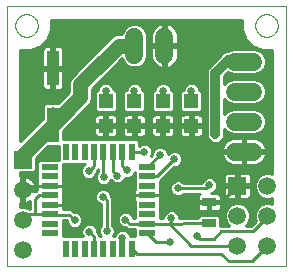
<source format=gtl>
G75*
%MOIN*%
%OFA0B0*%
%FSLAX25Y25*%
%IPPOS*%
%LPD*%
%AMOC8*
5,1,8,0,0,1.08239X$1,22.5*
%
%ADD10C,0.00000*%
%ADD11R,0.04724X0.03150*%
%ADD12R,0.03937X0.11614*%
%ADD13R,0.05900X0.05900*%
%ADD14C,0.05900*%
%ADD15R,0.04724X0.04724*%
%ADD16R,0.05800X0.02000*%
%ADD17R,0.02000X0.05800*%
%ADD18C,0.05937*%
%ADD19C,0.01000*%
%ADD20C,0.02600*%
%ADD21C,0.05000*%
%ADD22C,0.02400*%
%ADD23C,0.03200*%
D10*
X0002857Y0013333D02*
X0002857Y0099833D01*
X0095857Y0099833D01*
X0095857Y0013333D01*
X0002857Y0013333D01*
X0005607Y0093333D02*
X0005609Y0093455D01*
X0005615Y0093577D01*
X0005625Y0093699D01*
X0005639Y0093820D01*
X0005657Y0093941D01*
X0005678Y0094061D01*
X0005704Y0094180D01*
X0005733Y0094299D01*
X0005767Y0094416D01*
X0005804Y0094532D01*
X0005845Y0094647D01*
X0005890Y0094761D01*
X0005938Y0094873D01*
X0005990Y0094984D01*
X0006045Y0095092D01*
X0006104Y0095199D01*
X0006167Y0095304D01*
X0006233Y0095407D01*
X0006302Y0095507D01*
X0006374Y0095606D01*
X0006450Y0095702D01*
X0006528Y0095795D01*
X0006610Y0095886D01*
X0006695Y0095974D01*
X0006782Y0096059D01*
X0006872Y0096141D01*
X0006965Y0096221D01*
X0007060Y0096297D01*
X0007158Y0096370D01*
X0007258Y0096440D01*
X0007360Y0096507D01*
X0007464Y0096570D01*
X0007571Y0096630D01*
X0007679Y0096687D01*
X0007789Y0096739D01*
X0007901Y0096789D01*
X0008014Y0096834D01*
X0008129Y0096876D01*
X0008245Y0096914D01*
X0008362Y0096949D01*
X0008480Y0096979D01*
X0008599Y0097006D01*
X0008719Y0097028D01*
X0008840Y0097047D01*
X0008961Y0097062D01*
X0009083Y0097073D01*
X0009204Y0097080D01*
X0009326Y0097083D01*
X0009449Y0097082D01*
X0009571Y0097077D01*
X0009692Y0097068D01*
X0009814Y0097055D01*
X0009935Y0097038D01*
X0010055Y0097017D01*
X0010174Y0096993D01*
X0010293Y0096964D01*
X0010411Y0096932D01*
X0010527Y0096896D01*
X0010643Y0096856D01*
X0010757Y0096812D01*
X0010869Y0096765D01*
X0010980Y0096714D01*
X0011089Y0096659D01*
X0011197Y0096601D01*
X0011302Y0096539D01*
X0011405Y0096474D01*
X0011507Y0096406D01*
X0011605Y0096334D01*
X0011702Y0096259D01*
X0011796Y0096182D01*
X0011887Y0096101D01*
X0011976Y0096017D01*
X0012062Y0095930D01*
X0012145Y0095841D01*
X0012225Y0095749D01*
X0012302Y0095654D01*
X0012376Y0095557D01*
X0012447Y0095457D01*
X0012515Y0095356D01*
X0012579Y0095252D01*
X0012640Y0095146D01*
X0012697Y0095038D01*
X0012751Y0094929D01*
X0012801Y0094817D01*
X0012847Y0094704D01*
X0012890Y0094590D01*
X0012929Y0094474D01*
X0012964Y0094358D01*
X0012996Y0094240D01*
X0013023Y0094121D01*
X0013047Y0094001D01*
X0013067Y0093880D01*
X0013083Y0093759D01*
X0013095Y0093638D01*
X0013103Y0093516D01*
X0013107Y0093394D01*
X0013107Y0093272D01*
X0013103Y0093150D01*
X0013095Y0093028D01*
X0013083Y0092907D01*
X0013067Y0092786D01*
X0013047Y0092665D01*
X0013023Y0092545D01*
X0012996Y0092426D01*
X0012964Y0092308D01*
X0012929Y0092192D01*
X0012890Y0092076D01*
X0012847Y0091962D01*
X0012801Y0091849D01*
X0012751Y0091737D01*
X0012697Y0091628D01*
X0012640Y0091520D01*
X0012579Y0091414D01*
X0012515Y0091310D01*
X0012447Y0091209D01*
X0012376Y0091109D01*
X0012302Y0091012D01*
X0012225Y0090917D01*
X0012145Y0090825D01*
X0012062Y0090736D01*
X0011976Y0090649D01*
X0011887Y0090565D01*
X0011796Y0090484D01*
X0011702Y0090407D01*
X0011605Y0090332D01*
X0011507Y0090260D01*
X0011405Y0090192D01*
X0011302Y0090127D01*
X0011197Y0090065D01*
X0011089Y0090007D01*
X0010980Y0089952D01*
X0010869Y0089901D01*
X0010757Y0089854D01*
X0010643Y0089810D01*
X0010527Y0089770D01*
X0010411Y0089734D01*
X0010293Y0089702D01*
X0010174Y0089673D01*
X0010055Y0089649D01*
X0009935Y0089628D01*
X0009814Y0089611D01*
X0009692Y0089598D01*
X0009571Y0089589D01*
X0009449Y0089584D01*
X0009326Y0089583D01*
X0009204Y0089586D01*
X0009083Y0089593D01*
X0008961Y0089604D01*
X0008840Y0089619D01*
X0008719Y0089638D01*
X0008599Y0089660D01*
X0008480Y0089687D01*
X0008362Y0089717D01*
X0008245Y0089752D01*
X0008129Y0089790D01*
X0008014Y0089832D01*
X0007901Y0089877D01*
X0007789Y0089927D01*
X0007679Y0089979D01*
X0007571Y0090036D01*
X0007464Y0090096D01*
X0007360Y0090159D01*
X0007258Y0090226D01*
X0007158Y0090296D01*
X0007060Y0090369D01*
X0006965Y0090445D01*
X0006872Y0090525D01*
X0006782Y0090607D01*
X0006695Y0090692D01*
X0006610Y0090780D01*
X0006528Y0090871D01*
X0006450Y0090964D01*
X0006374Y0091060D01*
X0006302Y0091159D01*
X0006233Y0091259D01*
X0006167Y0091362D01*
X0006104Y0091467D01*
X0006045Y0091574D01*
X0005990Y0091682D01*
X0005938Y0091793D01*
X0005890Y0091905D01*
X0005845Y0092019D01*
X0005804Y0092134D01*
X0005767Y0092250D01*
X0005733Y0092367D01*
X0005704Y0092486D01*
X0005678Y0092605D01*
X0005657Y0092725D01*
X0005639Y0092846D01*
X0005625Y0092967D01*
X0005615Y0093089D01*
X0005609Y0093211D01*
X0005607Y0093333D01*
X0085607Y0093333D02*
X0085609Y0093455D01*
X0085615Y0093577D01*
X0085625Y0093699D01*
X0085639Y0093820D01*
X0085657Y0093941D01*
X0085678Y0094061D01*
X0085704Y0094180D01*
X0085733Y0094299D01*
X0085767Y0094416D01*
X0085804Y0094532D01*
X0085845Y0094647D01*
X0085890Y0094761D01*
X0085938Y0094873D01*
X0085990Y0094984D01*
X0086045Y0095092D01*
X0086104Y0095199D01*
X0086167Y0095304D01*
X0086233Y0095407D01*
X0086302Y0095507D01*
X0086374Y0095606D01*
X0086450Y0095702D01*
X0086528Y0095795D01*
X0086610Y0095886D01*
X0086695Y0095974D01*
X0086782Y0096059D01*
X0086872Y0096141D01*
X0086965Y0096221D01*
X0087060Y0096297D01*
X0087158Y0096370D01*
X0087258Y0096440D01*
X0087360Y0096507D01*
X0087464Y0096570D01*
X0087571Y0096630D01*
X0087679Y0096687D01*
X0087789Y0096739D01*
X0087901Y0096789D01*
X0088014Y0096834D01*
X0088129Y0096876D01*
X0088245Y0096914D01*
X0088362Y0096949D01*
X0088480Y0096979D01*
X0088599Y0097006D01*
X0088719Y0097028D01*
X0088840Y0097047D01*
X0088961Y0097062D01*
X0089083Y0097073D01*
X0089204Y0097080D01*
X0089326Y0097083D01*
X0089449Y0097082D01*
X0089571Y0097077D01*
X0089692Y0097068D01*
X0089814Y0097055D01*
X0089935Y0097038D01*
X0090055Y0097017D01*
X0090174Y0096993D01*
X0090293Y0096964D01*
X0090411Y0096932D01*
X0090527Y0096896D01*
X0090643Y0096856D01*
X0090757Y0096812D01*
X0090869Y0096765D01*
X0090980Y0096714D01*
X0091089Y0096659D01*
X0091197Y0096601D01*
X0091302Y0096539D01*
X0091405Y0096474D01*
X0091507Y0096406D01*
X0091605Y0096334D01*
X0091702Y0096259D01*
X0091796Y0096182D01*
X0091887Y0096101D01*
X0091976Y0096017D01*
X0092062Y0095930D01*
X0092145Y0095841D01*
X0092225Y0095749D01*
X0092302Y0095654D01*
X0092376Y0095557D01*
X0092447Y0095457D01*
X0092515Y0095356D01*
X0092579Y0095252D01*
X0092640Y0095146D01*
X0092697Y0095038D01*
X0092751Y0094929D01*
X0092801Y0094817D01*
X0092847Y0094704D01*
X0092890Y0094590D01*
X0092929Y0094474D01*
X0092964Y0094358D01*
X0092996Y0094240D01*
X0093023Y0094121D01*
X0093047Y0094001D01*
X0093067Y0093880D01*
X0093083Y0093759D01*
X0093095Y0093638D01*
X0093103Y0093516D01*
X0093107Y0093394D01*
X0093107Y0093272D01*
X0093103Y0093150D01*
X0093095Y0093028D01*
X0093083Y0092907D01*
X0093067Y0092786D01*
X0093047Y0092665D01*
X0093023Y0092545D01*
X0092996Y0092426D01*
X0092964Y0092308D01*
X0092929Y0092192D01*
X0092890Y0092076D01*
X0092847Y0091962D01*
X0092801Y0091849D01*
X0092751Y0091737D01*
X0092697Y0091628D01*
X0092640Y0091520D01*
X0092579Y0091414D01*
X0092515Y0091310D01*
X0092447Y0091209D01*
X0092376Y0091109D01*
X0092302Y0091012D01*
X0092225Y0090917D01*
X0092145Y0090825D01*
X0092062Y0090736D01*
X0091976Y0090649D01*
X0091887Y0090565D01*
X0091796Y0090484D01*
X0091702Y0090407D01*
X0091605Y0090332D01*
X0091507Y0090260D01*
X0091405Y0090192D01*
X0091302Y0090127D01*
X0091197Y0090065D01*
X0091089Y0090007D01*
X0090980Y0089952D01*
X0090869Y0089901D01*
X0090757Y0089854D01*
X0090643Y0089810D01*
X0090527Y0089770D01*
X0090411Y0089734D01*
X0090293Y0089702D01*
X0090174Y0089673D01*
X0090055Y0089649D01*
X0089935Y0089628D01*
X0089814Y0089611D01*
X0089692Y0089598D01*
X0089571Y0089589D01*
X0089449Y0089584D01*
X0089326Y0089583D01*
X0089204Y0089586D01*
X0089083Y0089593D01*
X0088961Y0089604D01*
X0088840Y0089619D01*
X0088719Y0089638D01*
X0088599Y0089660D01*
X0088480Y0089687D01*
X0088362Y0089717D01*
X0088245Y0089752D01*
X0088129Y0089790D01*
X0088014Y0089832D01*
X0087901Y0089877D01*
X0087789Y0089927D01*
X0087679Y0089979D01*
X0087571Y0090036D01*
X0087464Y0090096D01*
X0087360Y0090159D01*
X0087258Y0090226D01*
X0087158Y0090296D01*
X0087060Y0090369D01*
X0086965Y0090445D01*
X0086872Y0090525D01*
X0086782Y0090607D01*
X0086695Y0090692D01*
X0086610Y0090780D01*
X0086528Y0090871D01*
X0086450Y0090964D01*
X0086374Y0091060D01*
X0086302Y0091159D01*
X0086233Y0091259D01*
X0086167Y0091362D01*
X0086104Y0091467D01*
X0086045Y0091574D01*
X0085990Y0091682D01*
X0085938Y0091793D01*
X0085890Y0091905D01*
X0085845Y0092019D01*
X0085804Y0092134D01*
X0085767Y0092250D01*
X0085733Y0092367D01*
X0085704Y0092486D01*
X0085678Y0092605D01*
X0085657Y0092725D01*
X0085639Y0092846D01*
X0085625Y0092967D01*
X0085615Y0093089D01*
X0085609Y0093211D01*
X0085607Y0093333D01*
D11*
X0070307Y0034427D03*
X0070307Y0027340D03*
D12*
X0018157Y0060235D03*
X0018157Y0079132D03*
D13*
X0008157Y0048633D03*
X0079657Y0039883D03*
D14*
X0079657Y0029883D03*
X0079657Y0019883D03*
X0089657Y0019883D03*
X0089657Y0029883D03*
X0089657Y0039883D03*
X0008157Y0038633D03*
X0008157Y0028633D03*
X0008157Y0018633D03*
D15*
X0035807Y0059899D03*
X0035807Y0068167D03*
X0045307Y0068167D03*
X0045307Y0059899D03*
X0054807Y0059899D03*
X0054807Y0068167D03*
X0064307Y0068167D03*
X0064307Y0059899D03*
D16*
X0049607Y0046133D03*
X0049607Y0043033D03*
X0049607Y0039833D03*
X0049607Y0036733D03*
X0049607Y0033533D03*
X0049607Y0030433D03*
X0049607Y0027233D03*
X0049607Y0024133D03*
X0017207Y0024133D03*
X0017207Y0027233D03*
X0017207Y0030433D03*
X0017207Y0033533D03*
X0017207Y0036733D03*
X0017207Y0039833D03*
X0017207Y0043033D03*
X0017207Y0046133D03*
D17*
X0022407Y0051333D03*
X0025507Y0051333D03*
X0028707Y0051333D03*
X0031807Y0051333D03*
X0035007Y0051333D03*
X0038107Y0051333D03*
X0041307Y0051333D03*
X0044407Y0051333D03*
X0044407Y0018933D03*
X0041307Y0018933D03*
X0038107Y0018933D03*
X0035007Y0018933D03*
X0031807Y0018933D03*
X0028707Y0018933D03*
X0025507Y0018933D03*
X0022407Y0018933D03*
D18*
X0078889Y0051333D02*
X0084826Y0051333D01*
X0084826Y0061333D02*
X0078889Y0061333D01*
X0078889Y0071333D02*
X0084826Y0071333D01*
X0084826Y0081333D02*
X0078889Y0081333D01*
X0055357Y0083615D02*
X0055357Y0089552D01*
X0045357Y0089552D02*
X0045357Y0083615D01*
D19*
X0041311Y0082231D02*
X0041129Y0082231D01*
X0041257Y0082359D02*
X0041739Y0081197D01*
X0042940Y0079996D01*
X0044508Y0079346D01*
X0046207Y0079346D01*
X0047775Y0079996D01*
X0048976Y0081197D01*
X0049626Y0082766D01*
X0049626Y0090401D01*
X0048976Y0091970D01*
X0047775Y0093170D01*
X0046207Y0093820D01*
X0044508Y0093820D01*
X0042940Y0093170D01*
X0041739Y0091970D01*
X0041089Y0090401D01*
X0041089Y0090383D01*
X0039352Y0090383D01*
X0037955Y0089805D01*
X0024136Y0075986D01*
X0023557Y0074589D01*
X0023557Y0071009D01*
X0019891Y0067342D01*
X0018846Y0067342D01*
X0018625Y0067433D01*
X0017590Y0067433D01*
X0017369Y0067342D01*
X0015650Y0067342D01*
X0014889Y0066580D01*
X0014889Y0062340D01*
X0007357Y0054808D01*
X0007357Y0085232D01*
X0007716Y0085083D01*
X0010998Y0085083D01*
X0014031Y0086339D01*
X0016351Y0088660D01*
X0017607Y0091692D01*
X0017607Y0094974D01*
X0017459Y0095333D01*
X0081256Y0095333D01*
X0081107Y0094974D01*
X0081107Y0091692D01*
X0082363Y0088660D01*
X0084684Y0086339D01*
X0087716Y0085083D01*
X0090998Y0085083D01*
X0091357Y0085232D01*
X0091357Y0043779D01*
X0090503Y0044133D01*
X0088812Y0044133D01*
X0087250Y0043486D01*
X0086055Y0042291D01*
X0085407Y0040729D01*
X0085407Y0039038D01*
X0086055Y0037476D01*
X0087250Y0036280D01*
X0088812Y0035633D01*
X0090503Y0035633D01*
X0091357Y0035987D01*
X0091357Y0033779D01*
X0090503Y0034133D01*
X0088812Y0034133D01*
X0087250Y0033486D01*
X0086055Y0032291D01*
X0085407Y0030729D01*
X0085407Y0029038D01*
X0085732Y0028254D01*
X0084112Y0026633D01*
X0082418Y0026633D01*
X0083260Y0027476D01*
X0083907Y0029038D01*
X0083907Y0030729D01*
X0083260Y0032291D01*
X0082065Y0033486D01*
X0080503Y0034133D01*
X0078812Y0034133D01*
X0077250Y0033486D01*
X0076055Y0032291D01*
X0075407Y0030729D01*
X0075407Y0029038D01*
X0076055Y0027476D01*
X0076897Y0026633D01*
X0073970Y0026633D01*
X0073970Y0029453D01*
X0073208Y0030215D01*
X0067407Y0030215D01*
X0066645Y0029453D01*
X0066645Y0029140D01*
X0066095Y0029140D01*
X0066095Y0029141D01*
X0065346Y0029140D01*
X0064605Y0029140D01*
X0064605Y0029139D01*
X0060207Y0029136D01*
X0060207Y0029601D01*
X0059812Y0030556D01*
X0059080Y0031287D01*
X0058125Y0031683D01*
X0057090Y0031683D01*
X0056135Y0031287D01*
X0055403Y0030556D01*
X0055007Y0029601D01*
X0055007Y0029033D01*
X0053807Y0029033D01*
X0053807Y0031972D01*
X0053796Y0031983D01*
X0053807Y0031995D01*
X0053807Y0034985D01*
X0053905Y0035154D01*
X0054007Y0035536D01*
X0054007Y0036733D01*
X0049608Y0036733D01*
X0049608Y0036733D01*
X0054007Y0036733D01*
X0054007Y0037931D01*
X0053905Y0038312D01*
X0053807Y0038482D01*
X0053807Y0041372D01*
X0053749Y0041430D01*
X0058553Y0046233D01*
X0059125Y0046233D01*
X0060080Y0046629D01*
X0060812Y0047361D01*
X0061207Y0048316D01*
X0061207Y0049351D01*
X0060812Y0050306D01*
X0060080Y0051037D01*
X0059125Y0051433D01*
X0058090Y0051433D01*
X0057135Y0051037D01*
X0056457Y0050360D01*
X0056457Y0050851D01*
X0056062Y0051806D01*
X0055330Y0052537D01*
X0054375Y0052933D01*
X0053340Y0052933D01*
X0052385Y0052537D01*
X0051653Y0051806D01*
X0051257Y0050851D01*
X0051257Y0050329D01*
X0050828Y0049899D01*
X0051207Y0050816D01*
X0051207Y0051851D01*
X0050812Y0052806D01*
X0050080Y0053537D01*
X0049125Y0053933D01*
X0048090Y0053933D01*
X0047135Y0053537D01*
X0046731Y0053133D01*
X0046707Y0053133D01*
X0046707Y0054772D01*
X0045946Y0055533D01*
X0042869Y0055533D01*
X0042857Y0055522D01*
X0042846Y0055533D01*
X0039769Y0055533D01*
X0039707Y0055472D01*
X0039646Y0055533D01*
X0036569Y0055533D01*
X0036557Y0055522D01*
X0036546Y0055533D01*
X0033469Y0055533D01*
X0033407Y0055472D01*
X0033346Y0055533D01*
X0030269Y0055533D01*
X0030257Y0055522D01*
X0030246Y0055533D01*
X0027169Y0055533D01*
X0027107Y0055472D01*
X0027046Y0055533D01*
X0023969Y0055533D01*
X0023957Y0055522D01*
X0023946Y0055533D01*
X0021426Y0055533D01*
X0021426Y0058129D01*
X0029510Y0066213D01*
X0030579Y0067282D01*
X0031157Y0068679D01*
X0031157Y0072259D01*
X0041257Y0082359D01*
X0041724Y0081232D02*
X0040130Y0081232D01*
X0039132Y0080234D02*
X0042702Y0080234D01*
X0038133Y0079235D02*
X0054445Y0079235D01*
X0054311Y0079256D02*
X0054873Y0079167D01*
X0054873Y0086099D01*
X0050889Y0086099D01*
X0050889Y0083263D01*
X0050999Y0082568D01*
X0051216Y0081900D01*
X0051536Y0081273D01*
X0051949Y0080704D01*
X0052446Y0080206D01*
X0053015Y0079793D01*
X0053642Y0079474D01*
X0054311Y0079256D01*
X0054873Y0079235D02*
X0055842Y0079235D01*
X0055842Y0079167D02*
X0056404Y0079256D01*
X0057073Y0079474D01*
X0057699Y0079793D01*
X0058269Y0080206D01*
X0058766Y0080704D01*
X0059179Y0081273D01*
X0059499Y0081900D01*
X0059716Y0082568D01*
X0059826Y0083263D01*
X0059826Y0086099D01*
X0055842Y0086099D01*
X0055842Y0087068D01*
X0054873Y0087068D01*
X0054873Y0093999D01*
X0054311Y0093910D01*
X0053642Y0093693D01*
X0053015Y0093374D01*
X0052446Y0092960D01*
X0051949Y0092463D01*
X0051536Y0091894D01*
X0051216Y0091267D01*
X0050999Y0090598D01*
X0050889Y0089904D01*
X0050889Y0087068D01*
X0054873Y0087068D01*
X0054873Y0086099D01*
X0055842Y0086099D01*
X0055842Y0079167D01*
X0056270Y0079235D02*
X0069908Y0079235D01*
X0069899Y0079226D02*
X0069457Y0078160D01*
X0069457Y0056506D01*
X0069899Y0055441D01*
X0070715Y0054625D01*
X0071781Y0054183D01*
X0072934Y0054183D01*
X0074000Y0054625D01*
X0074816Y0055441D01*
X0075257Y0056506D01*
X0075257Y0058946D01*
X0075270Y0058915D01*
X0076471Y0057715D01*
X0078040Y0057065D01*
X0085675Y0057065D01*
X0087244Y0057715D01*
X0088445Y0058915D01*
X0089094Y0060484D01*
X0089094Y0062182D01*
X0088445Y0063751D01*
X0087244Y0064952D01*
X0085675Y0065602D01*
X0078040Y0065602D01*
X0076471Y0064952D01*
X0075270Y0063751D01*
X0075257Y0063720D01*
X0075257Y0068946D01*
X0075270Y0068915D01*
X0076471Y0067715D01*
X0078040Y0067065D01*
X0085675Y0067065D01*
X0087244Y0067715D01*
X0088445Y0068915D01*
X0089094Y0070484D01*
X0089094Y0072182D01*
X0088445Y0073751D01*
X0087244Y0074952D01*
X0085675Y0075602D01*
X0078040Y0075602D01*
X0076471Y0074952D01*
X0075270Y0073751D01*
X0075257Y0073720D01*
X0075257Y0076382D01*
X0076555Y0077680D01*
X0078040Y0077065D01*
X0085675Y0077065D01*
X0087244Y0077715D01*
X0088445Y0078915D01*
X0089094Y0080484D01*
X0089094Y0082182D01*
X0088445Y0083751D01*
X0087244Y0084952D01*
X0085675Y0085602D01*
X0078040Y0085602D01*
X0076471Y0084952D01*
X0076288Y0084769D01*
X0075205Y0084436D01*
X0074316Y0083702D01*
X0074249Y0083576D01*
X0073649Y0082976D01*
X0070715Y0080042D01*
X0070715Y0080042D01*
X0069899Y0079226D01*
X0069489Y0078237D02*
X0037135Y0078237D01*
X0036136Y0077238D02*
X0069457Y0077238D01*
X0069457Y0076240D02*
X0035138Y0076240D01*
X0034139Y0075241D02*
X0069457Y0075241D01*
X0069457Y0074243D02*
X0033141Y0074243D01*
X0033841Y0073244D02*
X0032142Y0073244D01*
X0031157Y0072245D02*
X0033288Y0072245D01*
X0033207Y0072051D02*
X0033207Y0071829D01*
X0032907Y0071829D01*
X0032145Y0071068D01*
X0032145Y0065266D01*
X0032907Y0064505D01*
X0038708Y0064505D01*
X0039470Y0065266D01*
X0039470Y0071068D01*
X0038708Y0071829D01*
X0038407Y0071829D01*
X0038407Y0072051D01*
X0038012Y0073006D01*
X0037280Y0073737D01*
X0036325Y0074133D01*
X0035290Y0074133D01*
X0034335Y0073737D01*
X0033603Y0073006D01*
X0033207Y0072051D01*
X0032324Y0071247D02*
X0031157Y0071247D01*
X0031157Y0070248D02*
X0032145Y0070248D01*
X0032145Y0069250D02*
X0031157Y0069250D01*
X0030981Y0068251D02*
X0032145Y0068251D01*
X0032145Y0067253D02*
X0030550Y0067253D01*
X0029551Y0066254D02*
X0032145Y0066254D01*
X0032156Y0065256D02*
X0028553Y0065256D01*
X0027554Y0064257D02*
X0069457Y0064257D01*
X0069457Y0063259D02*
X0067794Y0063259D01*
X0067870Y0063183D02*
X0067591Y0063462D01*
X0067249Y0063659D01*
X0066867Y0063762D01*
X0064807Y0063762D01*
X0064807Y0060400D01*
X0063807Y0060400D01*
X0063807Y0063762D01*
X0061748Y0063762D01*
X0061366Y0063659D01*
X0061024Y0063462D01*
X0060745Y0063183D01*
X0060548Y0062841D01*
X0060445Y0062459D01*
X0060445Y0060399D01*
X0063807Y0060399D01*
X0063807Y0059399D01*
X0060445Y0059399D01*
X0060445Y0057340D01*
X0060548Y0056958D01*
X0060745Y0056616D01*
X0061024Y0056337D01*
X0061366Y0056139D01*
X0061748Y0056037D01*
X0063807Y0056037D01*
X0063807Y0059399D01*
X0064807Y0059399D01*
X0064807Y0056037D01*
X0066867Y0056037D01*
X0067249Y0056139D01*
X0067591Y0056337D01*
X0067870Y0056616D01*
X0068067Y0056958D01*
X0068170Y0057340D01*
X0068170Y0059399D01*
X0064808Y0059399D01*
X0064808Y0060399D01*
X0068170Y0060399D01*
X0068170Y0062459D01*
X0068067Y0062841D01*
X0067870Y0063183D01*
X0068170Y0062260D02*
X0069457Y0062260D01*
X0069457Y0061262D02*
X0068170Y0061262D01*
X0069457Y0060263D02*
X0064808Y0060263D01*
X0064807Y0059265D02*
X0063807Y0059265D01*
X0063807Y0060263D02*
X0055308Y0060263D01*
X0055308Y0060399D02*
X0058670Y0060399D01*
X0058670Y0062459D01*
X0058567Y0062841D01*
X0058370Y0063183D01*
X0058091Y0063462D01*
X0057749Y0063659D01*
X0057367Y0063762D01*
X0055307Y0063762D01*
X0055307Y0060400D01*
X0054307Y0060400D01*
X0054307Y0063762D01*
X0052248Y0063762D01*
X0051866Y0063659D01*
X0051524Y0063462D01*
X0051245Y0063183D01*
X0051048Y0062841D01*
X0050945Y0062459D01*
X0050945Y0060399D01*
X0054307Y0060399D01*
X0054307Y0059399D01*
X0050945Y0059399D01*
X0050945Y0057340D01*
X0051048Y0056958D01*
X0051245Y0056616D01*
X0051524Y0056337D01*
X0051866Y0056139D01*
X0052248Y0056037D01*
X0054307Y0056037D01*
X0054307Y0059399D01*
X0055307Y0059399D01*
X0055307Y0056037D01*
X0057367Y0056037D01*
X0057749Y0056139D01*
X0058091Y0056337D01*
X0058370Y0056616D01*
X0058567Y0056958D01*
X0058670Y0057340D01*
X0058670Y0059399D01*
X0055308Y0059399D01*
X0055308Y0060399D01*
X0055307Y0061262D02*
X0054307Y0061262D01*
X0054307Y0062260D02*
X0055307Y0062260D01*
X0055307Y0063259D02*
X0054307Y0063259D01*
X0051907Y0064505D02*
X0057708Y0064505D01*
X0058470Y0065266D01*
X0058470Y0071068D01*
X0057708Y0071829D01*
X0057457Y0071829D01*
X0057457Y0072101D01*
X0057062Y0073056D01*
X0056330Y0073787D01*
X0055375Y0074183D01*
X0054340Y0074183D01*
X0053385Y0073787D01*
X0052653Y0073056D01*
X0052257Y0072101D01*
X0052257Y0071829D01*
X0051907Y0071829D01*
X0051145Y0071068D01*
X0051145Y0065266D01*
X0051907Y0064505D01*
X0051156Y0065256D02*
X0048959Y0065256D01*
X0048970Y0065266D02*
X0048970Y0071068D01*
X0048208Y0071829D01*
X0047907Y0071829D01*
X0047907Y0072051D01*
X0047512Y0073006D01*
X0046780Y0073737D01*
X0045825Y0074133D01*
X0044790Y0074133D01*
X0043835Y0073737D01*
X0043103Y0073006D01*
X0042707Y0072051D01*
X0042707Y0071829D01*
X0042407Y0071829D01*
X0041645Y0071068D01*
X0041645Y0065266D01*
X0042407Y0064505D01*
X0048208Y0064505D01*
X0048970Y0065266D01*
X0048970Y0066254D02*
X0051145Y0066254D01*
X0051145Y0067253D02*
X0048970Y0067253D01*
X0048970Y0068251D02*
X0051145Y0068251D01*
X0051145Y0069250D02*
X0048970Y0069250D01*
X0048970Y0070248D02*
X0051145Y0070248D01*
X0051324Y0071247D02*
X0048791Y0071247D01*
X0047827Y0072245D02*
X0052318Y0072245D01*
X0052841Y0073244D02*
X0047274Y0073244D01*
X0045307Y0071533D02*
X0045307Y0068167D01*
X0041645Y0068251D02*
X0039470Y0068251D01*
X0039470Y0067253D02*
X0041645Y0067253D01*
X0041645Y0066254D02*
X0039470Y0066254D01*
X0039459Y0065256D02*
X0041656Y0065256D01*
X0042366Y0063659D02*
X0042748Y0063762D01*
X0044807Y0063762D01*
X0044807Y0060400D01*
X0045807Y0060400D01*
X0045807Y0063762D01*
X0047867Y0063762D01*
X0048249Y0063659D01*
X0048591Y0063462D01*
X0048870Y0063183D01*
X0049067Y0062841D01*
X0049170Y0062459D01*
X0049170Y0060399D01*
X0045808Y0060399D01*
X0045808Y0059399D01*
X0049170Y0059399D01*
X0049170Y0057340D01*
X0049067Y0056958D01*
X0048870Y0056616D01*
X0048591Y0056337D01*
X0048249Y0056139D01*
X0047867Y0056037D01*
X0045807Y0056037D01*
X0045807Y0059399D01*
X0044807Y0059399D01*
X0041445Y0059399D01*
X0041445Y0057340D01*
X0041548Y0056958D01*
X0041745Y0056616D01*
X0042024Y0056337D01*
X0042366Y0056139D01*
X0042748Y0056037D01*
X0044807Y0056037D01*
X0044807Y0059399D01*
X0044807Y0060399D01*
X0041445Y0060399D01*
X0041445Y0062459D01*
X0041548Y0062841D01*
X0041745Y0063183D01*
X0042024Y0063462D01*
X0042366Y0063659D01*
X0041821Y0063259D02*
X0039294Y0063259D01*
X0039370Y0063183D02*
X0039091Y0063462D01*
X0038749Y0063659D01*
X0038367Y0063762D01*
X0036307Y0063762D01*
X0036307Y0060400D01*
X0035307Y0060400D01*
X0035307Y0063762D01*
X0033248Y0063762D01*
X0032866Y0063659D01*
X0032524Y0063462D01*
X0032245Y0063183D01*
X0032048Y0062841D01*
X0031945Y0062459D01*
X0031945Y0060399D01*
X0035307Y0060399D01*
X0035307Y0059399D01*
X0031945Y0059399D01*
X0031945Y0057340D01*
X0032048Y0056958D01*
X0032245Y0056616D01*
X0032524Y0056337D01*
X0032866Y0056139D01*
X0033248Y0056037D01*
X0035307Y0056037D01*
X0035307Y0059399D01*
X0036307Y0059399D01*
X0036307Y0056037D01*
X0038367Y0056037D01*
X0038749Y0056139D01*
X0039091Y0056337D01*
X0039370Y0056616D01*
X0039567Y0056958D01*
X0039670Y0057340D01*
X0039670Y0059399D01*
X0036308Y0059399D01*
X0036308Y0060399D01*
X0039670Y0060399D01*
X0039670Y0062459D01*
X0039567Y0062841D01*
X0039370Y0063183D01*
X0039670Y0062260D02*
X0041445Y0062260D01*
X0041445Y0061262D02*
X0039670Y0061262D01*
X0039670Y0059265D02*
X0041445Y0059265D01*
X0041445Y0058266D02*
X0039670Y0058266D01*
X0039650Y0057268D02*
X0041465Y0057268D01*
X0042141Y0056269D02*
X0038974Y0056269D01*
X0036307Y0056269D02*
X0035307Y0056269D01*
X0035307Y0057268D02*
X0036307Y0057268D01*
X0036307Y0058266D02*
X0035307Y0058266D01*
X0035307Y0059265D02*
X0036307Y0059265D01*
X0036308Y0060263D02*
X0044807Y0060263D01*
X0044807Y0059265D02*
X0045807Y0059265D01*
X0045808Y0060263D02*
X0054307Y0060263D01*
X0054307Y0059265D02*
X0055307Y0059265D01*
X0055307Y0058266D02*
X0054307Y0058266D01*
X0054307Y0057268D02*
X0055307Y0057268D01*
X0055307Y0056269D02*
X0054307Y0056269D01*
X0051641Y0056269D02*
X0048474Y0056269D01*
X0049150Y0057268D02*
X0050965Y0057268D01*
X0050945Y0058266D02*
X0049170Y0058266D01*
X0049170Y0059265D02*
X0050945Y0059265D01*
X0050945Y0061262D02*
X0049170Y0061262D01*
X0049170Y0062260D02*
X0050945Y0062260D01*
X0051321Y0063259D02*
X0048794Y0063259D01*
X0045807Y0063259D02*
X0044807Y0063259D01*
X0044807Y0062260D02*
X0045807Y0062260D01*
X0045807Y0061262D02*
X0044807Y0061262D01*
X0044807Y0058266D02*
X0045807Y0058266D01*
X0045807Y0057268D02*
X0044807Y0057268D01*
X0044807Y0056269D02*
X0045807Y0056269D01*
X0046208Y0055271D02*
X0070069Y0055271D01*
X0069556Y0056269D02*
X0067474Y0056269D01*
X0068150Y0057268D02*
X0069457Y0057268D01*
X0069457Y0058266D02*
X0068170Y0058266D01*
X0068170Y0059265D02*
X0069457Y0059265D01*
X0071566Y0054272D02*
X0046707Y0054272D01*
X0046707Y0053274D02*
X0046871Y0053274D01*
X0048607Y0051333D02*
X0044407Y0051333D01*
X0041307Y0051333D02*
X0041307Y0046633D01*
X0042857Y0045083D01*
X0044740Y0043289D02*
X0045407Y0043289D01*
X0045062Y0043611D02*
X0045407Y0044445D01*
X0045407Y0041495D01*
X0045469Y0041433D01*
X0045407Y0041372D01*
X0045407Y0038482D01*
X0045310Y0038312D01*
X0045207Y0037931D01*
X0045207Y0036733D01*
X0045207Y0035536D01*
X0045310Y0035154D01*
X0045407Y0034985D01*
X0045407Y0031995D01*
X0045419Y0031983D01*
X0045407Y0031972D01*
X0045407Y0029033D01*
X0044957Y0029033D01*
X0044957Y0029151D01*
X0044562Y0030106D01*
X0043830Y0030837D01*
X0042875Y0031233D01*
X0041840Y0031233D01*
X0040885Y0030837D01*
X0040153Y0030106D01*
X0039757Y0029151D01*
X0039757Y0028116D01*
X0040153Y0027161D01*
X0040885Y0026429D01*
X0041840Y0026033D01*
X0042412Y0026033D01*
X0043012Y0025433D01*
X0045407Y0025433D01*
X0045407Y0023133D01*
X0043957Y0023133D01*
X0043957Y0023151D01*
X0043562Y0024106D01*
X0042830Y0024837D01*
X0041875Y0025233D01*
X0040840Y0025233D01*
X0039885Y0024837D01*
X0039153Y0024106D01*
X0038757Y0023151D01*
X0038757Y0023133D01*
X0038084Y0023133D01*
X0038312Y0023361D01*
X0038707Y0024316D01*
X0038707Y0025351D01*
X0038312Y0026306D01*
X0037907Y0026710D01*
X0037907Y0035829D01*
X0037457Y0036279D01*
X0037457Y0036851D01*
X0037062Y0037806D01*
X0036330Y0038537D01*
X0035375Y0038933D01*
X0034340Y0038933D01*
X0033385Y0038537D01*
X0032653Y0037806D01*
X0032257Y0036851D01*
X0032257Y0035816D01*
X0032653Y0034861D01*
X0033385Y0034129D01*
X0034307Y0033747D01*
X0034307Y0026710D01*
X0033903Y0026306D01*
X0033507Y0025351D01*
X0033507Y0024316D01*
X0033903Y0023361D01*
X0034131Y0023133D01*
X0033607Y0023133D01*
X0033607Y0023829D01*
X0032857Y0024579D01*
X0032857Y0025151D01*
X0032462Y0026106D01*
X0031730Y0026837D01*
X0030775Y0027233D01*
X0029740Y0027233D01*
X0028785Y0026837D01*
X0028053Y0026106D01*
X0027657Y0025151D01*
X0027657Y0024116D01*
X0028053Y0023161D01*
X0028081Y0023133D01*
X0027169Y0023133D01*
X0027107Y0023072D01*
X0027046Y0023133D01*
X0023969Y0023133D01*
X0023957Y0023122D01*
X0023946Y0023133D01*
X0021407Y0023133D01*
X0021407Y0025672D01*
X0021396Y0025683D01*
X0021407Y0025695D01*
X0021407Y0028533D01*
X0022769Y0028533D01*
X0022769Y0028000D01*
X0023164Y0027045D01*
X0023896Y0026313D01*
X0024851Y0025917D01*
X0025886Y0025917D01*
X0026841Y0026313D01*
X0027573Y0027045D01*
X0027969Y0028000D01*
X0027969Y0029034D01*
X0027573Y0029990D01*
X0026841Y0030721D01*
X0025886Y0031117D01*
X0025314Y0031117D01*
X0024298Y0032133D01*
X0021553Y0032133D01*
X0021607Y0032336D01*
X0021607Y0033533D01*
X0017208Y0033533D01*
X0017208Y0033533D01*
X0021607Y0033533D01*
X0021607Y0034731D01*
X0021505Y0035112D01*
X0021407Y0035282D01*
X0021407Y0038085D01*
X0021505Y0038254D01*
X0021607Y0038636D01*
X0021607Y0039833D01*
X0017208Y0039833D01*
X0017208Y0039833D01*
X0021607Y0039833D01*
X0021607Y0041031D01*
X0021505Y0041412D01*
X0021407Y0041582D01*
X0021407Y0044572D01*
X0021396Y0044583D01*
X0021407Y0044595D01*
X0021407Y0047133D01*
X0023946Y0047133D01*
X0023957Y0047145D01*
X0023969Y0047133D01*
X0027046Y0047133D01*
X0027107Y0047195D01*
X0027169Y0047133D01*
X0028866Y0047133D01*
X0028635Y0047037D01*
X0027903Y0046306D01*
X0027507Y0045351D01*
X0027507Y0044316D01*
X0027903Y0043361D01*
X0028635Y0042629D01*
X0029590Y0042233D01*
X0030625Y0042233D01*
X0031580Y0042629D01*
X0032312Y0043361D01*
X0032707Y0044316D01*
X0032707Y0044888D01*
X0033207Y0045388D01*
X0033207Y0044610D01*
X0032903Y0044306D01*
X0032507Y0043351D01*
X0032507Y0042316D01*
X0032903Y0041361D01*
X0033635Y0040629D01*
X0034590Y0040233D01*
X0035625Y0040233D01*
X0036580Y0040629D01*
X0037312Y0041361D01*
X0037485Y0041779D01*
X0038135Y0041129D01*
X0039090Y0040733D01*
X0040125Y0040733D01*
X0041080Y0041129D01*
X0041812Y0041861D01*
X0042109Y0042579D01*
X0042340Y0042483D01*
X0043375Y0042483D01*
X0044330Y0042879D01*
X0045062Y0043611D01*
X0045342Y0044287D02*
X0045407Y0044287D01*
X0045407Y0042290D02*
X0041990Y0042290D01*
X0041243Y0041292D02*
X0045407Y0041292D01*
X0045407Y0040293D02*
X0035769Y0040293D01*
X0034446Y0040293D02*
X0021607Y0040293D01*
X0022357Y0039833D02*
X0023357Y0038833D01*
X0023357Y0038333D01*
X0024107Y0039083D01*
X0026607Y0039083D01*
X0028957Y0036733D01*
X0032257Y0036299D02*
X0021407Y0036299D01*
X0021407Y0035301D02*
X0032471Y0035301D01*
X0033212Y0034302D02*
X0021607Y0034302D01*
X0022107Y0033583D02*
X0017257Y0033583D01*
X0017207Y0033533D01*
X0017207Y0030433D02*
X0012357Y0030433D01*
X0009957Y0030433D01*
X0008157Y0028633D01*
X0010399Y0032305D02*
X0010557Y0032305D01*
X0010557Y0032239D02*
X0009003Y0032883D01*
X0007357Y0032883D01*
X0007357Y0034255D01*
X0007682Y0034203D01*
X0007682Y0038158D01*
X0008632Y0038158D01*
X0008632Y0034203D01*
X0009200Y0034293D01*
X0009866Y0034509D01*
X0010490Y0034827D01*
X0010557Y0034877D01*
X0010557Y0032239D01*
X0010557Y0033304D02*
X0007357Y0033304D01*
X0007682Y0034302D02*
X0008632Y0034302D01*
X0009228Y0034302D02*
X0010557Y0034302D01*
X0012357Y0035583D02*
X0012357Y0030433D01*
X0012357Y0035583D02*
X0013507Y0036733D01*
X0017207Y0036733D01*
X0017207Y0039833D02*
X0012807Y0039833D01*
X0012807Y0038636D01*
X0012835Y0038533D01*
X0012762Y0038533D01*
X0012387Y0038158D01*
X0008633Y0038158D01*
X0008633Y0039108D01*
X0012588Y0039108D01*
X0012498Y0039675D01*
X0012281Y0040342D01*
X0011963Y0040966D01*
X0011552Y0041532D01*
X0011056Y0042028D01*
X0010490Y0042439D01*
X0009866Y0042757D01*
X0009200Y0042974D01*
X0008632Y0043064D01*
X0008632Y0039108D01*
X0007682Y0039108D01*
X0007682Y0043064D01*
X0007357Y0043012D01*
X0007357Y0044383D01*
X0011646Y0044383D01*
X0012407Y0045145D01*
X0012407Y0049111D01*
X0016424Y0053127D01*
X0020107Y0053127D01*
X0020107Y0048433D01*
X0013769Y0048433D01*
X0013007Y0047672D01*
X0013007Y0044595D01*
X0013019Y0044583D01*
X0013007Y0044572D01*
X0013007Y0041582D01*
X0012910Y0041412D01*
X0012807Y0041031D01*
X0012807Y0039833D01*
X0017207Y0039833D01*
X0017207Y0039833D01*
X0022357Y0039833D01*
X0021607Y0039295D02*
X0045407Y0039295D01*
X0045305Y0038296D02*
X0036572Y0038296D01*
X0037272Y0037298D02*
X0045207Y0037298D01*
X0045207Y0036733D02*
X0049607Y0036733D01*
X0045207Y0036733D01*
X0045207Y0036299D02*
X0037457Y0036299D01*
X0037907Y0035301D02*
X0045271Y0035301D01*
X0045407Y0034302D02*
X0037907Y0034302D01*
X0037907Y0033304D02*
X0045407Y0033304D01*
X0045407Y0032305D02*
X0037907Y0032305D01*
X0037907Y0031307D02*
X0045407Y0031307D01*
X0045407Y0030308D02*
X0044360Y0030308D01*
X0044892Y0029310D02*
X0045407Y0029310D01*
X0043757Y0027233D02*
X0042357Y0028633D01*
X0043757Y0027233D02*
X0049607Y0027233D01*
X0056957Y0027233D01*
X0057607Y0027883D01*
X0057607Y0029083D01*
X0057357Y0027333D02*
X0065351Y0027340D01*
X0070307Y0027340D01*
X0073970Y0027312D02*
X0076218Y0027312D01*
X0075709Y0028311D02*
X0073970Y0028311D01*
X0073970Y0029310D02*
X0075407Y0029310D01*
X0075407Y0030308D02*
X0059914Y0030308D01*
X0060207Y0029310D02*
X0066645Y0029310D01*
X0067366Y0031454D02*
X0067024Y0031652D01*
X0066745Y0031931D01*
X0066548Y0032273D01*
X0066445Y0032654D01*
X0066445Y0034139D01*
X0070020Y0034139D01*
X0070595Y0034139D01*
X0070595Y0031352D01*
X0072867Y0031352D01*
X0073249Y0031454D01*
X0073591Y0031652D01*
X0073870Y0031931D01*
X0074067Y0032273D01*
X0074170Y0032654D01*
X0074170Y0034139D01*
X0070595Y0034139D01*
X0070595Y0034714D01*
X0074170Y0034714D01*
X0074170Y0036199D01*
X0074067Y0036580D01*
X0073870Y0036922D01*
X0073591Y0037202D01*
X0073249Y0037399D01*
X0072867Y0037501D01*
X0070918Y0037501D01*
X0071830Y0037879D01*
X0072562Y0038611D01*
X0072957Y0039566D01*
X0072957Y0040601D01*
X0072562Y0041556D01*
X0071830Y0042287D01*
X0070875Y0042683D01*
X0069840Y0042683D01*
X0068885Y0042287D01*
X0068153Y0041556D01*
X0067875Y0040883D01*
X0061734Y0040883D01*
X0061330Y0041287D01*
X0060375Y0041683D01*
X0059340Y0041683D01*
X0058385Y0041287D01*
X0057653Y0040556D01*
X0057257Y0039601D01*
X0057257Y0038566D01*
X0057653Y0037611D01*
X0058385Y0036879D01*
X0059340Y0036483D01*
X0060375Y0036483D01*
X0061330Y0036879D01*
X0061734Y0037283D01*
X0067166Y0037283D01*
X0067024Y0037202D01*
X0066745Y0036922D01*
X0066548Y0036580D01*
X0066445Y0036199D01*
X0066445Y0034714D01*
X0070020Y0034714D01*
X0070020Y0034139D01*
X0070020Y0031352D01*
X0067748Y0031352D01*
X0067366Y0031454D01*
X0066539Y0032305D02*
X0053807Y0032305D01*
X0053807Y0031307D02*
X0056181Y0031307D01*
X0055301Y0030308D02*
X0053807Y0030308D01*
X0053807Y0029310D02*
X0055007Y0029310D01*
X0056957Y0027233D02*
X0057107Y0027083D01*
X0057357Y0027333D01*
X0057107Y0027083D02*
X0064307Y0019883D01*
X0079657Y0019883D01*
X0076857Y0014833D02*
X0074357Y0017333D01*
X0046307Y0017333D01*
X0044407Y0018933D01*
X0041307Y0018933D02*
X0041357Y0017483D01*
X0041357Y0022633D01*
X0039364Y0024317D02*
X0038707Y0024317D01*
X0038707Y0025315D02*
X0045407Y0025315D01*
X0045407Y0024317D02*
X0043351Y0024317D01*
X0043888Y0023318D02*
X0045407Y0023318D01*
X0049607Y0024133D02*
X0052407Y0021333D01*
X0057357Y0021333D01*
X0066357Y0023333D02*
X0067357Y0022333D01*
X0071857Y0022333D01*
X0074357Y0024833D01*
X0084857Y0024833D01*
X0089657Y0029633D01*
X0089657Y0029883D01*
X0085709Y0028311D02*
X0083606Y0028311D01*
X0083907Y0029310D02*
X0085407Y0029310D01*
X0085407Y0030308D02*
X0083907Y0030308D01*
X0083668Y0031307D02*
X0085647Y0031307D01*
X0086069Y0032305D02*
X0083246Y0032305D01*
X0082248Y0033304D02*
X0087067Y0033304D01*
X0087231Y0036299D02*
X0083973Y0036299D01*
X0084005Y0036354D02*
X0084107Y0036736D01*
X0084107Y0039408D01*
X0080133Y0039408D01*
X0080133Y0040358D01*
X0084107Y0040358D01*
X0084107Y0043031D01*
X0084005Y0043412D01*
X0083808Y0043754D01*
X0083528Y0044034D01*
X0083186Y0044231D01*
X0082805Y0044333D01*
X0080132Y0044333D01*
X0080132Y0040358D01*
X0079182Y0040358D01*
X0079182Y0039408D01*
X0075207Y0039408D01*
X0075207Y0036736D01*
X0075310Y0036354D01*
X0075507Y0036012D01*
X0075786Y0035733D01*
X0076128Y0035536D01*
X0076510Y0035433D01*
X0079182Y0035433D01*
X0079182Y0039408D01*
X0080132Y0039408D01*
X0080132Y0035433D01*
X0082805Y0035433D01*
X0083186Y0035536D01*
X0083528Y0035733D01*
X0083808Y0036012D01*
X0084005Y0036354D01*
X0084107Y0037298D02*
X0086233Y0037298D01*
X0085715Y0038296D02*
X0084107Y0038296D01*
X0084107Y0039295D02*
X0085407Y0039295D01*
X0085407Y0040293D02*
X0080133Y0040293D01*
X0079657Y0039883D02*
X0074201Y0034427D01*
X0070307Y0034427D01*
X0070020Y0034302D02*
X0053807Y0034302D01*
X0053807Y0033304D02*
X0066445Y0033304D01*
X0066445Y0035301D02*
X0053944Y0035301D01*
X0054007Y0036299D02*
X0066472Y0036299D01*
X0069357Y0039083D02*
X0059857Y0039083D01*
X0057966Y0037298D02*
X0054007Y0037298D01*
X0053910Y0038296D02*
X0057369Y0038296D01*
X0057257Y0039295D02*
X0053807Y0039295D01*
X0053807Y0040293D02*
X0057544Y0040293D01*
X0058395Y0041292D02*
X0053807Y0041292D01*
X0054610Y0042290D02*
X0068891Y0042290D01*
X0068044Y0041292D02*
X0061320Y0041292D01*
X0059247Y0046284D02*
X0091357Y0046284D01*
X0091357Y0045286D02*
X0057605Y0045286D01*
X0056607Y0044287D02*
X0076338Y0044287D01*
X0076510Y0044333D02*
X0076128Y0044231D01*
X0075786Y0044034D01*
X0075507Y0043754D01*
X0075310Y0043412D01*
X0075207Y0043031D01*
X0075207Y0040358D01*
X0079182Y0040358D01*
X0079182Y0044333D01*
X0076510Y0044333D01*
X0075277Y0043289D02*
X0055608Y0043289D01*
X0052807Y0043033D02*
X0058607Y0048833D01*
X0057712Y0051277D02*
X0056281Y0051277D01*
X0055592Y0052275D02*
X0074514Y0052275D01*
X0074530Y0052380D02*
X0074441Y0051818D01*
X0081373Y0051818D01*
X0081373Y0055802D01*
X0078537Y0055802D01*
X0077843Y0055692D01*
X0077174Y0055474D01*
X0076547Y0055155D01*
X0075978Y0054742D01*
X0075481Y0054244D01*
X0075067Y0053675D01*
X0074748Y0053049D01*
X0074530Y0052380D01*
X0074863Y0053274D02*
X0050344Y0053274D01*
X0051032Y0052275D02*
X0052122Y0052275D01*
X0051434Y0051277D02*
X0051207Y0051277D01*
X0051207Y0050278D02*
X0050985Y0050278D01*
X0053807Y0050333D02*
X0053857Y0050333D01*
X0053807Y0050333D02*
X0049607Y0046133D01*
X0049607Y0043033D02*
X0052807Y0043033D01*
X0049607Y0036733D02*
X0049607Y0036733D01*
X0059034Y0031307D02*
X0075647Y0031307D01*
X0076069Y0032305D02*
X0074076Y0032305D01*
X0074170Y0033304D02*
X0077067Y0033304D01*
X0075342Y0036299D02*
X0074143Y0036299D01*
X0074170Y0035301D02*
X0091357Y0035301D01*
X0091357Y0034302D02*
X0070595Y0034302D01*
X0070595Y0033304D02*
X0070020Y0033304D01*
X0070020Y0032305D02*
X0070595Y0032305D01*
X0073425Y0037298D02*
X0075207Y0037298D01*
X0075207Y0038296D02*
X0072247Y0038296D01*
X0072845Y0039295D02*
X0075207Y0039295D01*
X0075207Y0041292D02*
X0072671Y0041292D01*
X0072957Y0040293D02*
X0079182Y0040293D01*
X0079182Y0039295D02*
X0080132Y0039295D01*
X0080132Y0038296D02*
X0079182Y0038296D01*
X0079182Y0037298D02*
X0080132Y0037298D01*
X0080132Y0036299D02*
X0079182Y0036299D01*
X0079182Y0041292D02*
X0080132Y0041292D01*
X0080132Y0042290D02*
X0079182Y0042290D01*
X0079182Y0043289D02*
X0080132Y0043289D01*
X0080132Y0044287D02*
X0079182Y0044287D01*
X0078537Y0046865D02*
X0077843Y0046975D01*
X0077174Y0047192D01*
X0076547Y0047512D01*
X0075978Y0047925D01*
X0075481Y0048422D01*
X0075067Y0048991D01*
X0074748Y0049618D01*
X0074530Y0050287D01*
X0074441Y0050849D01*
X0081373Y0050849D01*
X0081373Y0051818D01*
X0082342Y0051818D01*
X0082342Y0055802D01*
X0085178Y0055802D01*
X0085872Y0055692D01*
X0086541Y0055474D01*
X0087168Y0055155D01*
X0087737Y0054742D01*
X0088234Y0054244D01*
X0088648Y0053675D01*
X0088967Y0053049D01*
X0089184Y0052380D01*
X0089273Y0051818D01*
X0082342Y0051818D01*
X0082342Y0050849D01*
X0089273Y0050849D01*
X0089184Y0050287D01*
X0088967Y0049618D01*
X0088648Y0048991D01*
X0088234Y0048422D01*
X0087737Y0047925D01*
X0087168Y0047512D01*
X0086541Y0047192D01*
X0085872Y0046975D01*
X0085178Y0046865D01*
X0082342Y0046865D01*
X0082342Y0050849D01*
X0081373Y0050849D01*
X0081373Y0046865D01*
X0078537Y0046865D01*
X0076996Y0047283D02*
X0060734Y0047283D01*
X0061193Y0048281D02*
X0075622Y0048281D01*
X0074920Y0049280D02*
X0061207Y0049280D01*
X0060823Y0050278D02*
X0074533Y0050278D01*
X0075509Y0054272D02*
X0073149Y0054272D01*
X0074646Y0055271D02*
X0076774Y0055271D01*
X0075159Y0056269D02*
X0091357Y0056269D01*
X0091357Y0055271D02*
X0086941Y0055271D01*
X0088206Y0054272D02*
X0091357Y0054272D01*
X0091357Y0053274D02*
X0088852Y0053274D01*
X0089201Y0052275D02*
X0091357Y0052275D01*
X0091357Y0051277D02*
X0082342Y0051277D01*
X0081373Y0051277D02*
X0059503Y0051277D01*
X0057974Y0056269D02*
X0061141Y0056269D01*
X0060465Y0057268D02*
X0058650Y0057268D01*
X0058670Y0058266D02*
X0060445Y0058266D01*
X0060445Y0059265D02*
X0058670Y0059265D01*
X0058670Y0061262D02*
X0060445Y0061262D01*
X0060445Y0062260D02*
X0058670Y0062260D01*
X0058294Y0063259D02*
X0060821Y0063259D01*
X0061407Y0064505D02*
X0067208Y0064505D01*
X0067970Y0065266D01*
X0067970Y0071068D01*
X0067208Y0071829D01*
X0066907Y0071829D01*
X0066907Y0072051D01*
X0066512Y0073006D01*
X0065780Y0073737D01*
X0064825Y0074133D01*
X0063790Y0074133D01*
X0062835Y0073737D01*
X0062103Y0073006D01*
X0061707Y0072051D01*
X0061707Y0071829D01*
X0061407Y0071829D01*
X0060645Y0071068D01*
X0060645Y0065266D01*
X0061407Y0064505D01*
X0060656Y0065256D02*
X0058459Y0065256D01*
X0058470Y0066254D02*
X0060645Y0066254D01*
X0060645Y0067253D02*
X0058470Y0067253D01*
X0058470Y0068251D02*
X0060645Y0068251D01*
X0060645Y0069250D02*
X0058470Y0069250D01*
X0058470Y0070248D02*
X0060645Y0070248D01*
X0060824Y0071247D02*
X0058291Y0071247D01*
X0057397Y0072245D02*
X0061788Y0072245D01*
X0062341Y0073244D02*
X0056874Y0073244D01*
X0054857Y0071583D02*
X0054807Y0071633D01*
X0054807Y0068167D01*
X0063807Y0063259D02*
X0064807Y0063259D01*
X0064807Y0062260D02*
X0063807Y0062260D01*
X0063807Y0061262D02*
X0064807Y0061262D01*
X0064807Y0058266D02*
X0063807Y0058266D01*
X0063807Y0057268D02*
X0064807Y0057268D01*
X0064807Y0056269D02*
X0063807Y0056269D01*
X0067959Y0065256D02*
X0069457Y0065256D01*
X0069457Y0066254D02*
X0067970Y0066254D01*
X0067970Y0067253D02*
X0069457Y0067253D01*
X0069457Y0068251D02*
X0067970Y0068251D01*
X0067970Y0069250D02*
X0069457Y0069250D01*
X0069457Y0070248D02*
X0067970Y0070248D01*
X0067791Y0071247D02*
X0069457Y0071247D01*
X0069457Y0072245D02*
X0066827Y0072245D01*
X0066274Y0073244D02*
X0069457Y0073244D01*
X0064307Y0071533D02*
X0064307Y0068167D01*
X0075257Y0068251D02*
X0075934Y0068251D01*
X0075257Y0067253D02*
X0077586Y0067253D01*
X0077205Y0065256D02*
X0075257Y0065256D01*
X0075257Y0066254D02*
X0091357Y0066254D01*
X0091357Y0065256D02*
X0086510Y0065256D01*
X0087938Y0064257D02*
X0091357Y0064257D01*
X0091357Y0063259D02*
X0088649Y0063259D01*
X0089062Y0062260D02*
X0091357Y0062260D01*
X0091357Y0061262D02*
X0089094Y0061262D01*
X0089003Y0060263D02*
X0091357Y0060263D01*
X0091357Y0059265D02*
X0088589Y0059265D01*
X0087796Y0058266D02*
X0091357Y0058266D01*
X0091357Y0057268D02*
X0086165Y0057268D01*
X0082342Y0055271D02*
X0081373Y0055271D01*
X0081373Y0054272D02*
X0082342Y0054272D01*
X0082342Y0053274D02*
X0081373Y0053274D01*
X0081373Y0052275D02*
X0082342Y0052275D01*
X0082342Y0050278D02*
X0081373Y0050278D01*
X0081373Y0049280D02*
X0082342Y0049280D01*
X0082342Y0048281D02*
X0081373Y0048281D01*
X0081373Y0047283D02*
X0082342Y0047283D01*
X0082977Y0044287D02*
X0091357Y0044287D01*
X0091357Y0047283D02*
X0086719Y0047283D01*
X0088093Y0048281D02*
X0091357Y0048281D01*
X0091357Y0049280D02*
X0088795Y0049280D01*
X0089182Y0050278D02*
X0091357Y0050278D01*
X0087052Y0043289D02*
X0084038Y0043289D01*
X0084107Y0042290D02*
X0086054Y0042290D01*
X0085641Y0041292D02*
X0084107Y0041292D01*
X0075207Y0042290D02*
X0071824Y0042290D01*
X0070357Y0040083D02*
X0069357Y0039083D01*
X0083097Y0027312D02*
X0084791Y0027312D01*
X0089657Y0019883D02*
X0084607Y0014833D01*
X0076857Y0014833D01*
X0041163Y0026314D02*
X0038304Y0026314D01*
X0037907Y0027312D02*
X0040090Y0027312D01*
X0039757Y0028311D02*
X0037907Y0028311D01*
X0037907Y0029310D02*
X0039823Y0029310D01*
X0040355Y0030308D02*
X0037907Y0030308D01*
X0034307Y0030308D02*
X0027255Y0030308D01*
X0027855Y0029310D02*
X0034307Y0029310D01*
X0034307Y0028311D02*
X0027969Y0028311D01*
X0027684Y0027312D02*
X0034307Y0027312D01*
X0033911Y0026314D02*
X0032254Y0026314D01*
X0032789Y0025315D02*
X0033507Y0025315D01*
X0033507Y0024317D02*
X0033119Y0024317D01*
X0033607Y0023318D02*
X0033945Y0023318D01*
X0031807Y0023083D02*
X0030257Y0024633D01*
X0031807Y0023083D02*
X0031807Y0018933D01*
X0027988Y0023318D02*
X0021407Y0023318D01*
X0021407Y0024317D02*
X0027657Y0024317D01*
X0027726Y0025315D02*
X0021407Y0025315D01*
X0021407Y0026314D02*
X0023895Y0026314D01*
X0023053Y0027312D02*
X0021407Y0027312D01*
X0021407Y0028311D02*
X0022769Y0028311D01*
X0023553Y0030333D02*
X0025369Y0028517D01*
X0023553Y0030333D02*
X0017307Y0030333D01*
X0017207Y0030433D01*
X0021599Y0032305D02*
X0034307Y0032305D01*
X0034307Y0031307D02*
X0025125Y0031307D01*
X0022107Y0033583D02*
X0023357Y0034833D01*
X0023357Y0038333D01*
X0021516Y0038296D02*
X0033143Y0038296D01*
X0032443Y0037298D02*
X0021407Y0037298D01*
X0021538Y0041292D02*
X0032972Y0041292D01*
X0032518Y0042290D02*
X0030762Y0042290D01*
X0029453Y0042290D02*
X0021407Y0042290D01*
X0021407Y0043289D02*
X0027975Y0043289D01*
X0027519Y0044287D02*
X0021407Y0044287D01*
X0021407Y0045286D02*
X0027507Y0045286D01*
X0027894Y0046284D02*
X0021407Y0046284D01*
X0020107Y0049280D02*
X0012577Y0049280D01*
X0012407Y0048281D02*
X0013617Y0048281D01*
X0013007Y0047283D02*
X0012407Y0047283D01*
X0012407Y0046284D02*
X0013007Y0046284D01*
X0013007Y0045286D02*
X0012407Y0045286D01*
X0013007Y0044287D02*
X0007357Y0044287D01*
X0007357Y0043289D02*
X0013007Y0043289D01*
X0013007Y0042290D02*
X0010695Y0042290D01*
X0011727Y0041292D02*
X0012877Y0041292D01*
X0012807Y0040293D02*
X0012297Y0040293D01*
X0012558Y0039295D02*
X0012807Y0039295D01*
X0012525Y0038296D02*
X0008633Y0038296D01*
X0008157Y0038633D02*
X0009357Y0039833D01*
X0017207Y0039833D01*
X0021607Y0033304D02*
X0034307Y0033304D01*
X0036107Y0035083D02*
X0034857Y0036333D01*
X0036107Y0035083D02*
X0036107Y0024833D01*
X0038270Y0023318D02*
X0038827Y0023318D01*
X0028261Y0026314D02*
X0026842Y0026314D01*
X0037243Y0041292D02*
X0037972Y0041292D01*
X0039607Y0043333D02*
X0038107Y0044833D01*
X0038107Y0051333D01*
X0035007Y0051333D02*
X0035007Y0042933D01*
X0035107Y0042833D01*
X0033207Y0045286D02*
X0033105Y0045286D01*
X0032895Y0044287D02*
X0032695Y0044287D01*
X0032507Y0043289D02*
X0032240Y0043289D01*
X0030107Y0044833D02*
X0031807Y0046533D01*
X0031807Y0051333D01*
X0032641Y0056269D02*
X0021426Y0056269D01*
X0021426Y0057268D02*
X0031965Y0057268D01*
X0031945Y0058266D02*
X0021563Y0058266D01*
X0022562Y0059265D02*
X0031945Y0059265D01*
X0031945Y0061262D02*
X0024559Y0061262D01*
X0025557Y0062260D02*
X0031945Y0062260D01*
X0032321Y0063259D02*
X0026556Y0063259D01*
X0023560Y0060263D02*
X0035307Y0060263D01*
X0035307Y0061262D02*
X0036307Y0061262D01*
X0036307Y0062260D02*
X0035307Y0062260D01*
X0035307Y0063259D02*
X0036307Y0063259D01*
X0035807Y0068167D02*
X0035807Y0071533D01*
X0037774Y0073244D02*
X0043341Y0073244D01*
X0042788Y0072245D02*
X0038327Y0072245D01*
X0039291Y0071247D02*
X0041824Y0071247D01*
X0041645Y0070248D02*
X0039470Y0070248D01*
X0039470Y0069250D02*
X0041645Y0069250D01*
X0048013Y0080234D02*
X0052419Y0080234D01*
X0051565Y0081232D02*
X0048991Y0081232D01*
X0049404Y0082231D02*
X0051109Y0082231D01*
X0050894Y0083229D02*
X0049626Y0083229D01*
X0049626Y0084228D02*
X0050889Y0084228D01*
X0050889Y0085226D02*
X0049626Y0085226D01*
X0049626Y0086225D02*
X0054873Y0086225D01*
X0055842Y0086225D02*
X0084961Y0086225D01*
X0083800Y0087223D02*
X0059826Y0087223D01*
X0059826Y0087068D02*
X0059826Y0089904D01*
X0059716Y0090598D01*
X0059499Y0091267D01*
X0059179Y0091894D01*
X0058766Y0092463D01*
X0058269Y0092960D01*
X0057699Y0093374D01*
X0057073Y0093693D01*
X0056404Y0093910D01*
X0055842Y0093999D01*
X0055842Y0087068D01*
X0059826Y0087068D01*
X0059826Y0088222D02*
X0082802Y0088222D01*
X0082131Y0089220D02*
X0059826Y0089220D01*
X0059776Y0090219D02*
X0081718Y0090219D01*
X0081304Y0091217D02*
X0059515Y0091217D01*
X0058945Y0092216D02*
X0081107Y0092216D01*
X0081107Y0093214D02*
X0057919Y0093214D01*
X0055842Y0093214D02*
X0054873Y0093214D01*
X0054873Y0092216D02*
X0055842Y0092216D01*
X0055842Y0091217D02*
X0054873Y0091217D01*
X0054873Y0090219D02*
X0055842Y0090219D01*
X0055842Y0089220D02*
X0054873Y0089220D01*
X0054873Y0088222D02*
X0055842Y0088222D01*
X0055842Y0087223D02*
X0054873Y0087223D01*
X0054873Y0085226D02*
X0055842Y0085226D01*
X0055842Y0084228D02*
X0054873Y0084228D01*
X0054873Y0083229D02*
X0055842Y0083229D01*
X0055842Y0082231D02*
X0054873Y0082231D01*
X0054873Y0081232D02*
X0055842Y0081232D01*
X0055842Y0080234D02*
X0054873Y0080234D01*
X0058296Y0080234D02*
X0070907Y0080234D01*
X0071905Y0081232D02*
X0059150Y0081232D01*
X0059606Y0082231D02*
X0072904Y0082231D01*
X0073902Y0083229D02*
X0059821Y0083229D01*
X0059826Y0084228D02*
X0074952Y0084228D01*
X0077133Y0085226D02*
X0059826Y0085226D01*
X0051770Y0092216D02*
X0048730Y0092216D01*
X0049288Y0091217D02*
X0051200Y0091217D01*
X0050939Y0090219D02*
X0049626Y0090219D01*
X0049626Y0089220D02*
X0050889Y0089220D01*
X0050889Y0088222D02*
X0049626Y0088222D01*
X0049626Y0087223D02*
X0050889Y0087223D01*
X0052796Y0093214D02*
X0047670Y0093214D01*
X0043045Y0093214D02*
X0017607Y0093214D01*
X0017607Y0092216D02*
X0041985Y0092216D01*
X0041427Y0091217D02*
X0017411Y0091217D01*
X0016997Y0090219D02*
X0038954Y0090219D01*
X0037370Y0089220D02*
X0016583Y0089220D01*
X0015913Y0088222D02*
X0036372Y0088222D01*
X0035373Y0087223D02*
X0014915Y0087223D01*
X0015415Y0086225D02*
X0013754Y0086225D01*
X0014791Y0085518D02*
X0014689Y0085137D01*
X0014689Y0079616D01*
X0017673Y0079616D01*
X0017673Y0078648D01*
X0014689Y0078648D01*
X0014689Y0073128D01*
X0014791Y0072746D01*
X0014989Y0072404D01*
X0015268Y0072125D01*
X0015610Y0071927D01*
X0015991Y0071825D01*
X0017673Y0071825D01*
X0017673Y0078648D01*
X0018642Y0078648D01*
X0018642Y0079616D01*
X0021626Y0079616D01*
X0021626Y0085137D01*
X0021524Y0085518D01*
X0021326Y0085860D01*
X0021047Y0086140D01*
X0020705Y0086337D01*
X0020323Y0086439D01*
X0018642Y0086439D01*
X0018642Y0079616D01*
X0017673Y0079616D01*
X0017673Y0086439D01*
X0015991Y0086439D01*
X0015610Y0086337D01*
X0015268Y0086140D01*
X0014989Y0085860D01*
X0014791Y0085518D01*
X0014713Y0085226D02*
X0011343Y0085226D01*
X0014689Y0084228D02*
X0007357Y0084228D01*
X0007357Y0085226D02*
X0007372Y0085226D01*
X0007357Y0083229D02*
X0014689Y0083229D01*
X0014689Y0082231D02*
X0007357Y0082231D01*
X0007357Y0081232D02*
X0014689Y0081232D01*
X0014689Y0080234D02*
X0007357Y0080234D01*
X0007357Y0079235D02*
X0017673Y0079235D01*
X0018642Y0079235D02*
X0027385Y0079235D01*
X0026387Y0078237D02*
X0021626Y0078237D01*
X0021626Y0078648D02*
X0021626Y0073128D01*
X0021524Y0072746D01*
X0021326Y0072404D01*
X0021047Y0072125D01*
X0020705Y0071927D01*
X0020323Y0071825D01*
X0018642Y0071825D01*
X0018642Y0078648D01*
X0021626Y0078648D01*
X0021626Y0077238D02*
X0025388Y0077238D01*
X0024390Y0076240D02*
X0021626Y0076240D01*
X0021626Y0075241D02*
X0023827Y0075241D01*
X0023557Y0074243D02*
X0021626Y0074243D01*
X0021626Y0073244D02*
X0023557Y0073244D01*
X0023557Y0072245D02*
X0021168Y0072245D01*
X0018642Y0072245D02*
X0017673Y0072245D01*
X0017673Y0073244D02*
X0018642Y0073244D01*
X0018642Y0074243D02*
X0017673Y0074243D01*
X0017673Y0075241D02*
X0018642Y0075241D01*
X0018642Y0076240D02*
X0017673Y0076240D01*
X0017673Y0077238D02*
X0018642Y0077238D01*
X0018642Y0078237D02*
X0017673Y0078237D01*
X0017673Y0080234D02*
X0018642Y0080234D01*
X0018642Y0081232D02*
X0017673Y0081232D01*
X0017673Y0082231D02*
X0018642Y0082231D01*
X0018642Y0083229D02*
X0017673Y0083229D01*
X0017673Y0084228D02*
X0018642Y0084228D01*
X0018642Y0085226D02*
X0017673Y0085226D01*
X0017673Y0086225D02*
X0018642Y0086225D01*
X0020900Y0086225D02*
X0034375Y0086225D01*
X0033376Y0085226D02*
X0021602Y0085226D01*
X0021626Y0084228D02*
X0032378Y0084228D01*
X0031379Y0083229D02*
X0021626Y0083229D01*
X0021626Y0082231D02*
X0030381Y0082231D01*
X0029382Y0081232D02*
X0021626Y0081232D01*
X0021626Y0080234D02*
X0028384Y0080234D01*
X0023557Y0071247D02*
X0007357Y0071247D01*
X0007357Y0072245D02*
X0015147Y0072245D01*
X0014689Y0073244D02*
X0007357Y0073244D01*
X0007357Y0074243D02*
X0014689Y0074243D01*
X0014689Y0075241D02*
X0007357Y0075241D01*
X0007357Y0076240D02*
X0014689Y0076240D01*
X0014689Y0077238D02*
X0007357Y0077238D01*
X0007357Y0078237D02*
X0014689Y0078237D01*
X0007357Y0070248D02*
X0022797Y0070248D01*
X0021799Y0069250D02*
X0007357Y0069250D01*
X0007357Y0068251D02*
X0020800Y0068251D01*
X0015562Y0067253D02*
X0007357Y0067253D01*
X0007357Y0066254D02*
X0014889Y0066254D01*
X0014889Y0065256D02*
X0007357Y0065256D01*
X0007357Y0064257D02*
X0014889Y0064257D01*
X0014889Y0063259D02*
X0007357Y0063259D01*
X0007357Y0062260D02*
X0014809Y0062260D01*
X0013811Y0061262D02*
X0007357Y0061262D01*
X0007357Y0060263D02*
X0012812Y0060263D01*
X0011814Y0059265D02*
X0007357Y0059265D01*
X0007357Y0058266D02*
X0010815Y0058266D01*
X0009817Y0057268D02*
X0007357Y0057268D01*
X0007357Y0056269D02*
X0008818Y0056269D01*
X0007820Y0055271D02*
X0007357Y0055271D01*
X0013575Y0050278D02*
X0020107Y0050278D01*
X0020107Y0051277D02*
X0014574Y0051277D01*
X0015572Y0052275D02*
X0020107Y0052275D01*
X0008632Y0042290D02*
X0007682Y0042290D01*
X0007682Y0041292D02*
X0008632Y0041292D01*
X0008632Y0040293D02*
X0007682Y0040293D01*
X0007682Y0039295D02*
X0008632Y0039295D01*
X0008632Y0037298D02*
X0007682Y0037298D01*
X0007682Y0036299D02*
X0008632Y0036299D01*
X0008632Y0035301D02*
X0007682Y0035301D01*
X0017607Y0094213D02*
X0081107Y0094213D01*
X0081206Y0095211D02*
X0017509Y0095211D01*
X0075257Y0076240D02*
X0091357Y0076240D01*
X0091357Y0077238D02*
X0086093Y0077238D01*
X0087766Y0078237D02*
X0091357Y0078237D01*
X0091357Y0079235D02*
X0088577Y0079235D01*
X0088991Y0080234D02*
X0091357Y0080234D01*
X0091357Y0081232D02*
X0089094Y0081232D01*
X0089075Y0082231D02*
X0091357Y0082231D01*
X0091357Y0083229D02*
X0088661Y0083229D01*
X0087968Y0084228D02*
X0091357Y0084228D01*
X0091343Y0085226D02*
X0091357Y0085226D01*
X0087372Y0085226D02*
X0086582Y0085226D01*
X0077622Y0077238D02*
X0076113Y0077238D01*
X0075257Y0075241D02*
X0077169Y0075241D01*
X0075762Y0074243D02*
X0075257Y0074243D01*
X0075257Y0064257D02*
X0075776Y0064257D01*
X0075919Y0058266D02*
X0075257Y0058266D01*
X0075257Y0057268D02*
X0077550Y0057268D01*
X0086129Y0067253D02*
X0091357Y0067253D01*
X0091357Y0068251D02*
X0087781Y0068251D01*
X0088583Y0069250D02*
X0091357Y0069250D01*
X0091357Y0070248D02*
X0088997Y0070248D01*
X0089094Y0071247D02*
X0091357Y0071247D01*
X0091357Y0072245D02*
X0089068Y0072245D01*
X0088655Y0073244D02*
X0091357Y0073244D01*
X0091357Y0074243D02*
X0087953Y0074243D01*
X0086546Y0075241D02*
X0091357Y0075241D01*
D20*
X0089107Y0076333D03*
X0076107Y0092583D03*
X0065357Y0079333D03*
X0059607Y0072333D03*
X0054857Y0071583D03*
X0050107Y0072333D03*
X0045307Y0071533D03*
X0040357Y0072333D03*
X0035807Y0071533D03*
X0040357Y0078833D03*
X0026857Y0089083D03*
X0018107Y0064833D03*
X0025357Y0058333D03*
X0030107Y0044833D03*
X0035107Y0042833D03*
X0039607Y0043333D03*
X0042857Y0045083D03*
X0043107Y0040583D03*
X0041357Y0033333D03*
X0042357Y0028633D03*
X0041357Y0022633D03*
X0036107Y0024833D03*
X0030257Y0024633D03*
X0025369Y0028517D03*
X0031607Y0033833D03*
X0034857Y0036333D03*
X0026607Y0039083D03*
X0040357Y0056583D03*
X0048607Y0051333D03*
X0049857Y0055583D03*
X0053857Y0050333D03*
X0058607Y0048833D03*
X0059857Y0043333D03*
X0059857Y0039083D03*
X0064857Y0030833D03*
X0057607Y0029083D03*
X0057357Y0021333D03*
X0066357Y0023333D03*
X0070357Y0040083D03*
X0072357Y0057083D03*
X0064307Y0071533D03*
X0009357Y0062833D03*
D21*
X0018157Y0060235D02*
X0027357Y0069435D01*
X0027357Y0073833D01*
X0040107Y0086583D01*
X0045357Y0086583D01*
X0018157Y0060235D02*
X0008157Y0050235D01*
X0008157Y0048633D01*
D22*
X0018157Y0060235D02*
X0018206Y0063735D01*
X0018107Y0064833D01*
D23*
X0072357Y0057083D02*
X0072357Y0077583D01*
X0076107Y0081333D01*
X0081857Y0081333D01*
X0076607Y0081833D01*
M02*

</source>
